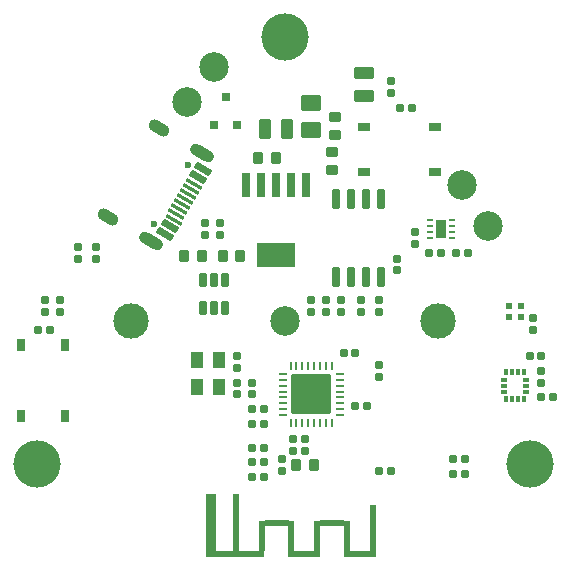
<source format=gbr>
%TF.GenerationSoftware,Altium Limited,Altium Designer,22.7.1 (60)*%
G04 Layer_Color=255*
%FSLAX45Y45*%
%MOMM*%
%TF.SameCoordinates,ACC7CE07-661A-46B9-B338-6EC4A6F7B09F*%
%TF.FilePolarity,Positive*%
%TF.FileFunction,Pads,Top*%
%TF.Part,Single*%
G01*
G75*
%TA.AperFunction,SMDPad,CuDef*%
G04:AMPARAMS|DCode=14|XSize=0.6mm|YSize=1.2mm|CornerRadius=0.075mm|HoleSize=0mm|Usage=FLASHONLY|Rotation=180.000|XOffset=0mm|YOffset=0mm|HoleType=Round|Shape=RoundedRectangle|*
%AMROUNDEDRECTD14*
21,1,0.60000,1.05000,0,0,180.0*
21,1,0.45000,1.20000,0,0,180.0*
1,1,0.15000,-0.22500,0.52500*
1,1,0.15000,0.22500,0.52500*
1,1,0.15000,0.22500,-0.52500*
1,1,0.15000,-0.22500,-0.52500*
%
%ADD14ROUNDEDRECTD14*%
G04:AMPARAMS|DCode=15|XSize=0.6mm|YSize=0.7mm|CornerRadius=0.075mm|HoleSize=0mm|Usage=FLASHONLY|Rotation=0.000|XOffset=0mm|YOffset=0mm|HoleType=Round|Shape=RoundedRectangle|*
%AMROUNDEDRECTD15*
21,1,0.60000,0.55000,0,0,0.0*
21,1,0.45000,0.70000,0,0,0.0*
1,1,0.15000,0.22500,-0.27500*
1,1,0.15000,-0.22500,-0.27500*
1,1,0.15000,-0.22500,0.27500*
1,1,0.15000,0.22500,0.27500*
%
%ADD15ROUNDEDRECTD15*%
G04:AMPARAMS|DCode=16|XSize=0.25mm|YSize=0.7mm|CornerRadius=0.0125mm|HoleSize=0mm|Usage=FLASHONLY|Rotation=180.000|XOffset=0mm|YOffset=0mm|HoleType=Round|Shape=RoundedRectangle|*
%AMROUNDEDRECTD16*
21,1,0.25000,0.67500,0,0,180.0*
21,1,0.22500,0.70000,0,0,180.0*
1,1,0.02500,-0.11250,0.33750*
1,1,0.02500,0.11250,0.33750*
1,1,0.02500,0.11250,-0.33750*
1,1,0.02500,-0.11250,-0.33750*
%
%ADD16ROUNDEDRECTD16*%
G04:AMPARAMS|DCode=17|XSize=0.25mm|YSize=0.7mm|CornerRadius=0.0125mm|HoleSize=0mm|Usage=FLASHONLY|Rotation=270.000|XOffset=0mm|YOffset=0mm|HoleType=Round|Shape=RoundedRectangle|*
%AMROUNDEDRECTD17*
21,1,0.25000,0.67500,0,0,270.0*
21,1,0.22500,0.70000,0,0,270.0*
1,1,0.02500,-0.33750,-0.11250*
1,1,0.02500,-0.33750,0.11250*
1,1,0.02500,0.33750,0.11250*
1,1,0.02500,0.33750,-0.11250*
%
%ADD17ROUNDEDRECTD17*%
G04:AMPARAMS|DCode=18|XSize=3.45mm|YSize=3.45mm|CornerRadius=0.1725mm|HoleSize=0mm|Usage=FLASHONLY|Rotation=270.000|XOffset=0mm|YOffset=0mm|HoleType=Round|Shape=RoundedRectangle|*
%AMROUNDEDRECTD18*
21,1,3.45000,3.10500,0,0,270.0*
21,1,3.10500,3.45000,0,0,270.0*
1,1,0.34500,-1.55250,-1.55250*
1,1,0.34500,-1.55250,1.55250*
1,1,0.34500,1.55250,1.55250*
1,1,0.34500,1.55250,-1.55250*
%
%ADD18ROUNDEDRECTD18*%
%TA.AperFunction,TestPad*%
%ADD19R,0.50000X3.94000*%
%ADD20R,2.70000X0.50000*%
%ADD21R,0.50000X2.64000*%
%ADD22R,2.00000X0.50000*%
%ADD23R,0.50000X4.90000*%
%ADD24R,5.00000X0.50000*%
%ADD25R,0.90000X4.90000*%
%TA.AperFunction,SMDPad,CuDef*%
G04:AMPARAMS|DCode=26|XSize=0.6mm|YSize=1.7mm|CornerRadius=0.075mm|HoleSize=0mm|Usage=FLASHONLY|Rotation=0.000|XOffset=0mm|YOffset=0mm|HoleType=Round|Shape=RoundedRectangle|*
%AMROUNDEDRECTD26*
21,1,0.60000,1.55000,0,0,0.0*
21,1,0.45000,1.70000,0,0,0.0*
1,1,0.15000,0.22500,-0.77500*
1,1,0.15000,-0.22500,-0.77500*
1,1,0.15000,-0.22500,0.77500*
1,1,0.15000,0.22500,0.77500*
%
%ADD26ROUNDEDRECTD26*%
G04:AMPARAMS|DCode=27|XSize=0.6mm|YSize=0.7mm|CornerRadius=0.075mm|HoleSize=0mm|Usage=FLASHONLY|Rotation=90.000|XOffset=0mm|YOffset=0mm|HoleType=Round|Shape=RoundedRectangle|*
%AMROUNDEDRECTD27*
21,1,0.60000,0.55000,0,0,90.0*
21,1,0.45000,0.70000,0,0,90.0*
1,1,0.15000,0.27500,0.22500*
1,1,0.15000,0.27500,-0.22500*
1,1,0.15000,-0.27500,-0.22500*
1,1,0.15000,-0.27500,0.22500*
%
%ADD27ROUNDEDRECTD27*%
%ADD28R,0.60000X0.30000*%
%ADD29R,0.30000X0.60000*%
G04:AMPARAMS|DCode=30|XSize=3.2mm|YSize=2.1mm|CornerRadius=0.0525mm|HoleSize=0mm|Usage=FLASHONLY|Rotation=0.000|XOffset=0mm|YOffset=0mm|HoleType=Round|Shape=RoundedRectangle|*
%AMROUNDEDRECTD30*
21,1,3.20000,1.99500,0,0,0.0*
21,1,3.09500,2.10000,0,0,0.0*
1,1,0.10500,1.54750,-0.99750*
1,1,0.10500,-1.54750,-0.99750*
1,1,0.10500,-1.54750,0.99750*
1,1,0.10500,1.54750,0.99750*
%
%ADD30ROUNDEDRECTD30*%
G04:AMPARAMS|DCode=31|XSize=0.6mm|YSize=2.1mm|CornerRadius=0.051mm|HoleSize=0mm|Usage=FLASHONLY|Rotation=0.000|XOffset=0mm|YOffset=0mm|HoleType=Round|Shape=RoundedRectangle|*
%AMROUNDEDRECTD31*
21,1,0.60000,1.99800,0,0,0.0*
21,1,0.49800,2.10000,0,0,0.0*
1,1,0.10200,0.24900,-0.99900*
1,1,0.10200,-0.24900,-0.99900*
1,1,0.10200,-0.24900,0.99900*
1,1,0.10200,0.24900,0.99900*
%
%ADD31ROUNDEDRECTD31*%
%ADD32R,0.80000X0.80000*%
G04:AMPARAMS|DCode=33|XSize=1mm|YSize=1.7mm|CornerRadius=0.125mm|HoleSize=0mm|Usage=FLASHONLY|Rotation=0.000|XOffset=0mm|YOffset=0mm|HoleType=Round|Shape=RoundedRectangle|*
%AMROUNDEDRECTD33*
21,1,1.00000,1.45000,0,0,0.0*
21,1,0.75000,1.70000,0,0,0.0*
1,1,0.25000,0.37500,-0.72500*
1,1,0.25000,-0.37500,-0.72500*
1,1,0.25000,-0.37500,0.72500*
1,1,0.25000,0.37500,0.72500*
%
%ADD33ROUNDEDRECTD33*%
G04:AMPARAMS|DCode=34|XSize=1mm|YSize=1.7mm|CornerRadius=0.125mm|HoleSize=0mm|Usage=FLASHONLY|Rotation=90.000|XOffset=0mm|YOffset=0mm|HoleType=Round|Shape=RoundedRectangle|*
%AMROUNDEDRECTD34*
21,1,1.00000,1.45000,0,0,90.0*
21,1,0.75000,1.70000,0,0,90.0*
1,1,0.25000,0.72500,0.37500*
1,1,0.25000,0.72500,-0.37500*
1,1,0.25000,-0.72500,-0.37500*
1,1,0.25000,-0.72500,0.37500*
%
%ADD34ROUNDEDRECTD34*%
G04:AMPARAMS|DCode=35|XSize=0.8mm|YSize=1mm|CornerRadius=0.1mm|HoleSize=0mm|Usage=FLASHONLY|Rotation=270.000|XOffset=0mm|YOffset=0mm|HoleType=Round|Shape=RoundedRectangle|*
%AMROUNDEDRECTD35*
21,1,0.80000,0.80000,0,0,270.0*
21,1,0.60000,1.00000,0,0,270.0*
1,1,0.20000,-0.40000,-0.30000*
1,1,0.20000,-0.40000,0.30000*
1,1,0.20000,0.40000,0.30000*
1,1,0.20000,0.40000,-0.30000*
%
%ADD35ROUNDEDRECTD35*%
G04:AMPARAMS|DCode=36|XSize=0.8mm|YSize=1mm|CornerRadius=0.1mm|HoleSize=0mm|Usage=FLASHONLY|Rotation=180.000|XOffset=0mm|YOffset=0mm|HoleType=Round|Shape=RoundedRectangle|*
%AMROUNDEDRECTD36*
21,1,0.80000,0.80000,0,0,180.0*
21,1,0.60000,1.00000,0,0,180.0*
1,1,0.20000,-0.30000,0.40000*
1,1,0.20000,0.30000,0.40000*
1,1,0.20000,0.30000,-0.40000*
1,1,0.20000,-0.30000,-0.40000*
%
%ADD36ROUNDEDRECTD36*%
G04:AMPARAMS|DCode=37|XSize=1.4mm|YSize=1.7mm|CornerRadius=0.175mm|HoleSize=0mm|Usage=FLASHONLY|Rotation=270.000|XOffset=0mm|YOffset=0mm|HoleType=Round|Shape=RoundedRectangle|*
%AMROUNDEDRECTD37*
21,1,1.40000,1.35000,0,0,270.0*
21,1,1.05000,1.70000,0,0,270.0*
1,1,0.35000,-0.67500,-0.52500*
1,1,0.35000,-0.67500,0.52500*
1,1,0.35000,0.67500,0.52500*
1,1,0.35000,0.67500,-0.52500*
%
%ADD37ROUNDEDRECTD37*%
%ADD38R,0.55000X0.55000*%
G04:AMPARAMS|DCode=39|XSize=0.6mm|YSize=1.5mm|CornerRadius=0mm|HoleSize=0mm|Usage=FLASHONLY|Rotation=240.000|XOffset=0mm|YOffset=0mm|HoleType=Round|Shape=Rectangle|*
%AMROTATEDRECTD39*
4,1,4,-0.49952,0.63481,0.79952,-0.11519,0.49952,-0.63481,-0.79952,0.11519,-0.49952,0.63481,0.0*
%
%ADD39ROTATEDRECTD39*%

G04:AMPARAMS|DCode=40|XSize=0.3mm|YSize=1.5mm|CornerRadius=0mm|HoleSize=0mm|Usage=FLASHONLY|Rotation=240.000|XOffset=0mm|YOffset=0mm|HoleType=Round|Shape=Rectangle|*
%AMROTATEDRECTD40*
4,1,4,-0.57452,0.50490,0.72452,-0.24510,0.57452,-0.50490,-0.72452,0.24510,-0.57452,0.50490,0.0*
%
%ADD40ROTATEDRECTD40*%

G04:AMPARAMS|DCode=41|XSize=1.3mm|YSize=1.1mm|CornerRadius=0.055mm|HoleSize=0mm|Usage=FLASHONLY|Rotation=270.000|XOffset=0mm|YOffset=0mm|HoleType=Round|Shape=RoundedRectangle|*
%AMROUNDEDRECTD41*
21,1,1.30000,0.99000,0,0,270.0*
21,1,1.19000,1.10000,0,0,270.0*
1,1,0.11000,-0.49500,-0.59500*
1,1,0.11000,-0.49500,0.59500*
1,1,0.11000,0.49500,0.59500*
1,1,0.11000,0.49500,-0.59500*
%
%ADD41ROUNDEDRECTD41*%
%ADD42R,1.00000X0.75000*%
%ADD43R,0.75000X1.00000*%
G04:AMPARAMS|DCode=44|XSize=0.9mm|YSize=1.6mm|CornerRadius=0.0495mm|HoleSize=0mm|Usage=FLASHONLY|Rotation=180.000|XOffset=0mm|YOffset=0mm|HoleType=Round|Shape=RoundedRectangle|*
%AMROUNDEDRECTD44*
21,1,0.90000,1.50100,0,0,180.0*
21,1,0.80100,1.60000,0,0,180.0*
1,1,0.09900,-0.40050,0.75050*
1,1,0.09900,0.40050,0.75050*
1,1,0.09900,0.40050,-0.75050*
1,1,0.09900,-0.40050,-0.75050*
%
%ADD44ROUNDEDRECTD44*%
G04:AMPARAMS|DCode=45|XSize=0.5mm|YSize=0.25mm|CornerRadius=0.05mm|HoleSize=0mm|Usage=FLASHONLY|Rotation=180.000|XOffset=0mm|YOffset=0mm|HoleType=Round|Shape=RoundedRectangle|*
%AMROUNDEDRECTD45*
21,1,0.50000,0.15000,0,0,180.0*
21,1,0.40000,0.25000,0,0,180.0*
1,1,0.10000,-0.20000,0.07500*
1,1,0.10000,0.20000,0.07500*
1,1,0.10000,0.20000,-0.07500*
1,1,0.10000,-0.20000,-0.07500*
%
%ADD45ROUNDEDRECTD45*%
%TA.AperFunction,WasherPad*%
%ADD52C,3.00000*%
%ADD53C,2.50000*%
%ADD54C,4.00000*%
%TA.AperFunction,ComponentPad*%
%ADD55C,2.50000*%
%ADD56C,0.60000*%
G04:AMPARAMS|DCode=57|XSize=2.2mm|YSize=1mm|CornerRadius=0mm|HoleSize=0mm|Usage=FLASHONLY|Rotation=330.000|XOffset=0mm|YOffset=0mm|HoleType=Round|Shape=Round|*
%AMOVALD57*
21,1,1.20000,1.00000,0.00000,0.00000,330.0*
1,1,1.00000,-0.51962,0.30000*
1,1,1.00000,0.51962,-0.30000*
%
%ADD57OVALD57*%

G04:AMPARAMS|DCode=58|XSize=1.9mm|YSize=1mm|CornerRadius=0mm|HoleSize=0mm|Usage=FLASHONLY|Rotation=330.000|XOffset=0mm|YOffset=0mm|HoleType=Round|Shape=Round|*
%AMOVALD58*
21,1,0.90000,1.00000,0.00000,0.00000,330.0*
1,1,1.00000,-0.38971,0.22500*
1,1,1.00000,0.38971,-0.22500*
%
%ADD58OVALD58*%

D14*
X2020000Y2470000D02*
D03*
X1925000D02*
D03*
X1830000D02*
D03*
Y2230000D02*
D03*
X1925000D02*
D03*
X2020000D02*
D03*
D15*
X3025000Y1850000D02*
D03*
X3125000D02*
D03*
X3325000Y850000D02*
D03*
X3425000D02*
D03*
X4800000Y1475000D02*
D03*
X4700000D02*
D03*
X4700000Y1825000D02*
D03*
X4600000D02*
D03*
X2250000Y1250000D02*
D03*
X2350000D02*
D03*
X2250000Y1375000D02*
D03*
X2350000D02*
D03*
X3225000Y1400000D02*
D03*
X3125000D02*
D03*
X2350000Y925000D02*
D03*
X2250000D02*
D03*
X2350000Y1050000D02*
D03*
X2250000D02*
D03*
X2250000Y800000D02*
D03*
X2350000D02*
D03*
X4050000Y825000D02*
D03*
X3950000D02*
D03*
X4050000Y950000D02*
D03*
X3950000D02*
D03*
X3500000Y3925000D02*
D03*
X3600000D02*
D03*
X437457Y2044973D02*
D03*
X537457D02*
D03*
X3750000Y2700000D02*
D03*
X3850000D02*
D03*
X3975000D02*
D03*
X4075000D02*
D03*
D16*
X2575000Y1260000D02*
D03*
X2625000D02*
D03*
X2675000D02*
D03*
X2725000D02*
D03*
X2775000D02*
D03*
X2825000D02*
D03*
X2875000D02*
D03*
X2925000D02*
D03*
Y1740000D02*
D03*
X2875000D02*
D03*
X2825000D02*
D03*
X2775000D02*
D03*
X2725000D02*
D03*
X2675000D02*
D03*
X2625000D02*
D03*
X2575000D02*
D03*
D17*
X2990000Y1325000D02*
D03*
Y1375000D02*
D03*
Y1425000D02*
D03*
Y1475000D02*
D03*
Y1525000D02*
D03*
Y1575000D02*
D03*
Y1625000D02*
D03*
Y1675000D02*
D03*
X2510000D02*
D03*
Y1625000D02*
D03*
Y1575000D02*
D03*
Y1525000D02*
D03*
Y1475000D02*
D03*
Y1425000D02*
D03*
Y1375000D02*
D03*
Y1325000D02*
D03*
D18*
X2750000Y1500000D02*
D03*
D19*
X3271771Y367662D02*
D03*
D20*
X3161771Y145662D02*
D03*
X2691771D02*
D03*
D21*
X3051771Y302662D02*
D03*
X2801771D02*
D03*
X2581771D02*
D03*
X2331771D02*
D03*
D22*
X2926771Y409662D02*
D03*
X2456771D02*
D03*
D23*
X2111771Y415662D02*
D03*
D24*
X2106772Y145662D02*
D03*
D25*
X1901771Y415662D02*
D03*
D26*
X2959500Y2493500D02*
D03*
X3086500D02*
D03*
X3213500D02*
D03*
X3340500D02*
D03*
X2959500Y3156500D02*
D03*
X3086500D02*
D03*
X3213500D02*
D03*
X3340500D02*
D03*
D27*
X4700000Y1700000D02*
D03*
Y1600000D02*
D03*
X3425000Y4150000D02*
D03*
Y4050000D02*
D03*
X3475000Y2550000D02*
D03*
Y2650000D02*
D03*
X2600000Y1125000D02*
D03*
Y1025000D02*
D03*
X2700000Y1125000D02*
D03*
Y1025000D02*
D03*
X2500000Y850000D02*
D03*
Y950000D02*
D03*
X3175000Y2300000D02*
D03*
Y2200000D02*
D03*
X3325000Y2300000D02*
D03*
Y2200000D02*
D03*
X3000000Y2300000D02*
D03*
Y2200000D02*
D03*
X2750000Y2300000D02*
D03*
Y2200000D02*
D03*
X2875000Y2300000D02*
D03*
Y2200000D02*
D03*
X4625000Y2150000D02*
D03*
Y2050000D02*
D03*
X2250000Y1500000D02*
D03*
Y1600000D02*
D03*
X1975000Y2950000D02*
D03*
Y2850000D02*
D03*
X2125000Y1500000D02*
D03*
Y1600000D02*
D03*
Y1825000D02*
D03*
Y1725000D02*
D03*
X1850000Y2950000D02*
D03*
Y2850000D02*
D03*
X775000Y2750000D02*
D03*
Y2650000D02*
D03*
X925000Y2750000D02*
D03*
Y2650000D02*
D03*
X500000Y2300000D02*
D03*
Y2200000D02*
D03*
X3325000Y1750000D02*
D03*
Y1650000D02*
D03*
X625000Y2200000D02*
D03*
Y2300000D02*
D03*
X3625000Y2775000D02*
D03*
Y2875000D02*
D03*
D28*
X4383750Y1525000D02*
D03*
Y1625000D02*
D03*
Y1575000D02*
D03*
X4566250D02*
D03*
Y1525000D02*
D03*
Y1625000D02*
D03*
D29*
X4450000Y1691250D02*
D03*
X4400000Y1691200D02*
D03*
X4500000Y1691250D02*
D03*
X4550000D02*
D03*
X4400000Y1458800D02*
D03*
X4450000D02*
D03*
X4500000D02*
D03*
X4550000D02*
D03*
D30*
X2450000Y2677500D02*
D03*
D31*
X2196000Y3272500D02*
D03*
X2323000D02*
D03*
X2450000D02*
D03*
X2577000D02*
D03*
X2704000D02*
D03*
D32*
X2025000Y4020000D02*
D03*
X2120000Y3780000D02*
D03*
X1930000D02*
D03*
D33*
X2355000Y3750000D02*
D03*
X2545000D02*
D03*
D34*
X3200000Y4030000D02*
D03*
Y4220000D02*
D03*
D35*
X2925000Y3550000D02*
D03*
Y3400000D02*
D03*
X2950000Y3850000D02*
D03*
Y3700000D02*
D03*
D36*
X2450000Y3500000D02*
D03*
X2300000D02*
D03*
X2625000Y900000D02*
D03*
X2775000D02*
D03*
X2150000Y2675000D02*
D03*
X2000000D02*
D03*
X1675000D02*
D03*
X1825000D02*
D03*
D37*
X2750000Y3964300D02*
D03*
Y3735700D02*
D03*
D38*
X4427500Y2247500D02*
D03*
X4522500D02*
D03*
X4427500Y2152500D02*
D03*
X4522500D02*
D03*
D39*
X1791817Y3340346D02*
D03*
X1831817Y3409628D02*
D03*
X1511817Y2855372D02*
D03*
X1551817Y2924654D02*
D03*
D40*
X1759317Y3284054D02*
D03*
X1734317Y3240753D02*
D03*
X1709317Y3197452D02*
D03*
X1584317Y2980946D02*
D03*
X1609317Y3024247D02*
D03*
X1634317Y3067548D02*
D03*
X1659317Y3110850D02*
D03*
X1684317Y3154151D02*
D03*
D41*
X1780000Y1560000D02*
D03*
X1970000D02*
D03*
X1780000Y1790000D02*
D03*
X1970000D02*
D03*
D42*
X3800000Y3387500D02*
D03*
Y3762500D02*
D03*
X3200000D02*
D03*
Y3387500D02*
D03*
D43*
X294674Y1317416D02*
D03*
X669674D02*
D03*
Y1917416D02*
D03*
X294674D02*
D03*
D44*
X3850000Y2900000D02*
D03*
D45*
X3755000Y2825000D02*
D03*
Y2875000D02*
D03*
Y2925000D02*
D03*
Y2975000D02*
D03*
X3945000D02*
D03*
Y2925000D02*
D03*
Y2875000D02*
D03*
Y2825000D02*
D03*
D52*
X1224900Y2118300D02*
D03*
X3824900D02*
D03*
D53*
X2524900D02*
D03*
D54*
X4601852Y910632D02*
D03*
X430650Y912472D02*
D03*
X2531083Y4526275D02*
D03*
D55*
X1925000Y4275000D02*
D03*
X1700000Y3975000D02*
D03*
X4250000Y2925000D02*
D03*
X4025000Y3275000D02*
D03*
D56*
X1418564Y2943853D02*
D03*
X1708564Y3446147D02*
D03*
D57*
X1823115Y3544556D02*
D03*
X1390615Y2795444D02*
D03*
D58*
X1026884Y3005444D02*
D03*
X1459384Y3754556D02*
D03*
%TF.MD5,5408351da89114c3e379a01c9fdf57e7*%
M02*

</source>
